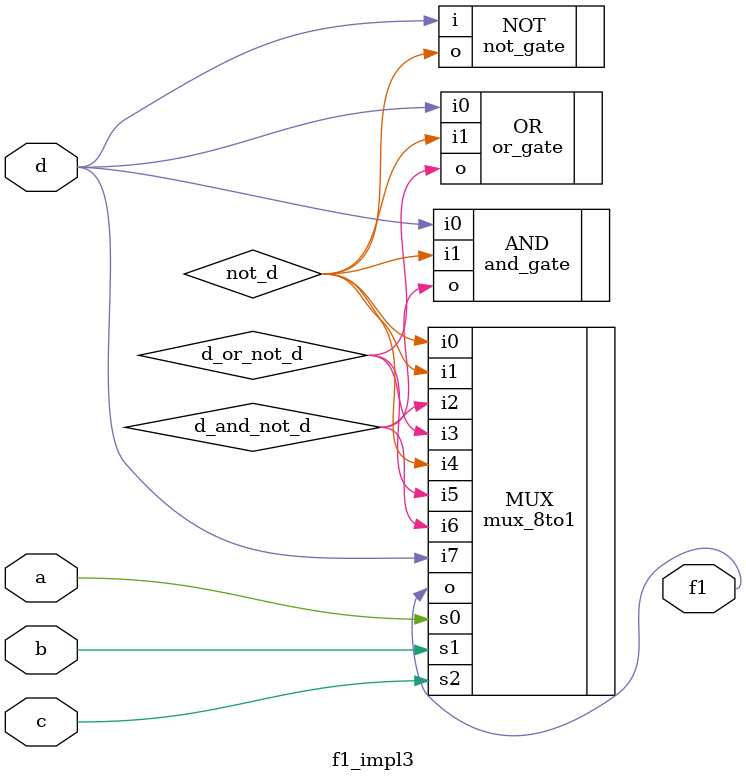
<source format=v>
`timescale 1ns / 1ps


module f1_impl3(a, b, c, d, f1);
    input   wire    a, b, c, d;
    output  wire    f1;
            wire    not_d, d_and_not_d, d_or_not_d;
            
    
    not_gate NOT (.i(d), .o(not_d));
    
    and_gate AND (.i0(d), .i1(not_d), .o(d_and_not_d)); // 0
    
    or_gate OR (.i0(d), .i1(not_d), .o(d_or_not_d)); // 1
    
    mux_8to1 MUX (.i0(not_d), .i1(not_d), .i2(d_and_not_d), .i3(d_or_not_d), .i4(not_d), .i5(d_or_not_d), .i6(d_and_not_d), .i7(d), .s0(a), .s1(b), .s2(c), .o(f1));
endmodule

</source>
